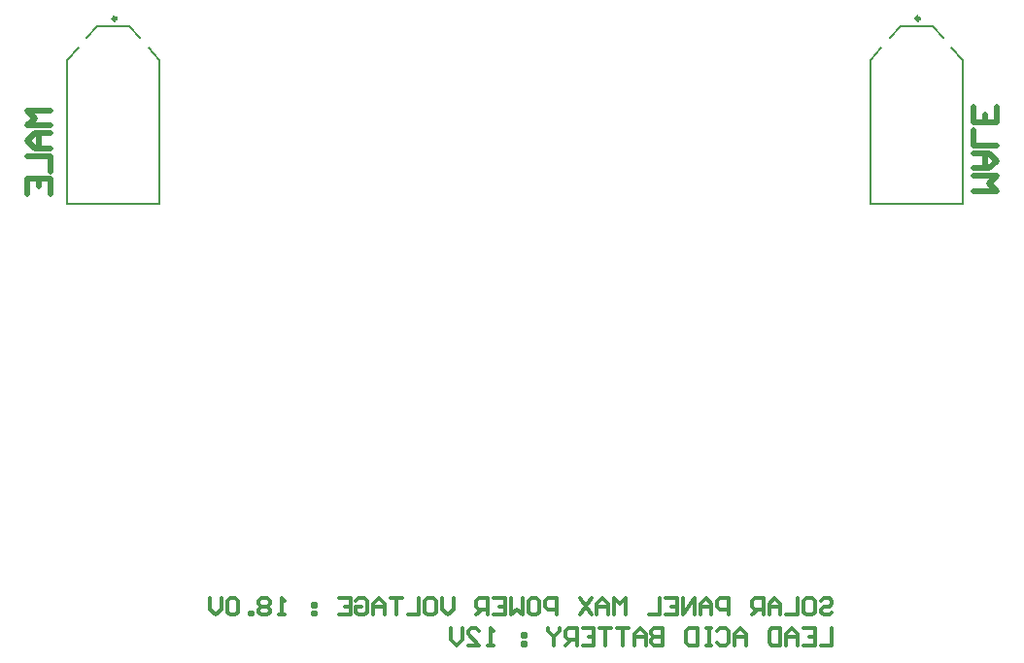
<source format=gbo>
G04*
G04 #@! TF.GenerationSoftware,Altium Limited,Altium Designer,19.0.13 (425)*
G04*
G04 Layer_Color=32896*
%FSTAX24Y24*%
%MOIN*%
G70*
G01*
G75*
%ADD10C,0.0118*%
%ADD12C,0.0079*%
%ADD14C,0.0138*%
%ADD27C,0.0197*%
D10*
X02656Y04065D02*
G03*
X02656Y04065I-000059J0D01*
G01*
X054119D02*
G03*
X054119Y04065I-000059J0D01*
G01*
D12*
X027013Y040394D02*
X027367Y039992D01*
X027662Y039657D02*
X028056Y039213D01*
X025556Y039992D02*
X02591Y040394D01*
X024867Y039213D02*
X025261Y039657D01*
X02591Y040394D02*
X027013D01*
X028056Y034291D02*
Y039213D01*
X024867Y034291D02*
X028056D01*
X024867D02*
Y039213D01*
X054572Y040394D02*
X054926Y039992D01*
X055221Y039657D02*
X055615Y039213D01*
X053115Y039992D02*
X053469Y040394D01*
X052426Y039213D02*
X05282Y039657D01*
X053469Y040394D02*
X054572D01*
X055615Y034291D02*
Y039213D01*
X052426Y034291D02*
X055615D01*
X052426D02*
Y039213D01*
D14*
X050729Y020665D02*
X050827Y020763D01*
X051024D01*
X051122Y020665D01*
Y020567D01*
X051024Y020468D01*
X050827D01*
X050729Y02037D01*
Y020271D01*
X050827Y020173D01*
X051024D01*
X051122Y020271D01*
X050237Y020763D02*
X050433D01*
X050532Y020665D01*
Y020271D01*
X050433Y020173D01*
X050237D01*
X050138Y020271D01*
Y020665D01*
X050237Y020763D01*
X049941D02*
Y020173D01*
X049548D01*
X049351D02*
Y020567D01*
X049154Y020763D01*
X048957Y020567D01*
Y020173D01*
Y020468D01*
X049351D01*
X048761Y020173D02*
Y020763D01*
X048465D01*
X048367Y020665D01*
Y020468D01*
X048465Y02037D01*
X048761D01*
X048564D02*
X048367Y020173D01*
X04758D02*
Y020763D01*
X047285D01*
X047186Y020665D01*
Y020468D01*
X047285Y02037D01*
X04758D01*
X04699Y020173D02*
Y020567D01*
X046793Y020763D01*
X046596Y020567D01*
Y020173D01*
Y020468D01*
X04699D01*
X046399Y020173D02*
Y020763D01*
X046006Y020173D01*
Y020763D01*
X045415D02*
X045809D01*
Y020173D01*
X045415D01*
X045809Y020468D02*
X045612D01*
X045218Y020763D02*
Y020173D01*
X044825D01*
X044038D02*
Y020763D01*
X043841Y020567D01*
X043644Y020763D01*
Y020173D01*
X043447D02*
Y020567D01*
X043251Y020763D01*
X043054Y020567D01*
Y020173D01*
Y020468D01*
X043447D01*
X042857Y020763D02*
X042463Y020173D01*
Y020763D02*
X042857Y020173D01*
X041676D02*
Y020763D01*
X041381D01*
X041283Y020665D01*
Y020468D01*
X041381Y02037D01*
X041676D01*
X040791Y020763D02*
X040988D01*
X041086Y020665D01*
Y020271D01*
X040988Y020173D01*
X040791D01*
X040692Y020271D01*
Y020665D01*
X040791Y020763D01*
X040496D02*
Y020173D01*
X040299Y02037D01*
X040102Y020173D01*
Y020763D01*
X039512D02*
X039905D01*
Y020173D01*
X039512D01*
X039905Y020468D02*
X039708D01*
X039315Y020173D02*
Y020763D01*
X03902D01*
X038921Y020665D01*
Y020468D01*
X03902Y02037D01*
X039315D01*
X039118D02*
X038921Y020173D01*
X038134Y020763D02*
Y02037D01*
X037937Y020173D01*
X037741Y02037D01*
Y020763D01*
X037249D02*
X037445D01*
X037544Y020665D01*
Y020271D01*
X037445Y020173D01*
X037249D01*
X03715Y020271D01*
Y020665D01*
X037249Y020763D01*
X036953D02*
Y020173D01*
X03656D01*
X036363Y020763D02*
X03597D01*
X036166D01*
Y020173D01*
X035773D02*
Y020567D01*
X035576Y020763D01*
X035379Y020567D01*
Y020173D01*
Y020468D01*
X035773D01*
X034789Y020665D02*
X034887Y020763D01*
X035084D01*
X035182Y020665D01*
Y020271D01*
X035084Y020173D01*
X034887D01*
X034789Y020271D01*
Y020468D01*
X034986D01*
X034198Y020763D02*
X034592D01*
Y020173D01*
X034198D01*
X034592Y020468D02*
X034395D01*
X033411Y020567D02*
X033313D01*
Y020468D01*
X033411D01*
Y020567D01*
Y020271D02*
X033313D01*
Y020173D01*
X033411D01*
Y020271D01*
X032329Y020173D02*
X032132D01*
X032231D01*
Y020763D01*
X032329Y020665D01*
X031837D02*
X031739Y020763D01*
X031542D01*
X031443Y020665D01*
Y020567D01*
X031542Y020468D01*
X031443Y02037D01*
Y020271D01*
X031542Y020173D01*
X031739D01*
X031837Y020271D01*
Y02037D01*
X031739Y020468D01*
X031837Y020567D01*
Y020665D01*
X031739Y020468D02*
X031542D01*
X031247Y020173D02*
Y020271D01*
X031148D01*
Y020173D01*
X031247D01*
X030755Y020665D02*
X030656Y020763D01*
X030459D01*
X030361Y020665D01*
Y020271D01*
X030459Y020173D01*
X030656D01*
X030755Y020271D01*
Y020665D01*
X030164Y020763D02*
Y02037D01*
X029968Y020173D01*
X029771Y02037D01*
Y020763D01*
X051122Y019724D02*
Y019134D01*
X050729D01*
X050138Y019724D02*
X050532D01*
Y019134D01*
X050138D01*
X050532Y019429D02*
X050335D01*
X049941Y019134D02*
Y019527D01*
X049745Y019724D01*
X049548Y019527D01*
Y019134D01*
Y019429D01*
X049941D01*
X049351Y019724D02*
Y019134D01*
X049056D01*
X048957Y019232D01*
Y019626D01*
X049056Y019724D01*
X049351D01*
X04817Y019134D02*
Y019527D01*
X047973Y019724D01*
X047777Y019527D01*
Y019134D01*
Y019429D01*
X04817D01*
X047186Y019626D02*
X047285Y019724D01*
X047482D01*
X04758Y019626D01*
Y019232D01*
X047482Y019134D01*
X047285D01*
X047186Y019232D01*
X04699Y019724D02*
X046793D01*
X046891D01*
Y019134D01*
X04699D01*
X046793D01*
X046498Y019724D02*
Y019134D01*
X046202D01*
X046104Y019232D01*
Y019626D01*
X046202Y019724D01*
X046498D01*
X045317D02*
Y019134D01*
X045022D01*
X044923Y019232D01*
Y019331D01*
X045022Y019429D01*
X045317D01*
X045022D01*
X044923Y019527D01*
Y019626D01*
X045022Y019724D01*
X045317D01*
X044727Y019134D02*
Y019527D01*
X04453Y019724D01*
X044333Y019527D01*
Y019134D01*
Y019429D01*
X044727D01*
X044136Y019724D02*
X043743D01*
X043939D01*
Y019134D01*
X043546Y019724D02*
X043152D01*
X043349D01*
Y019134D01*
X042562Y019724D02*
X042955D01*
Y019134D01*
X042562D01*
X042955Y019429D02*
X042759D01*
X042365Y019134D02*
Y019724D01*
X04207D01*
X041971Y019626D01*
Y019429D01*
X04207Y019331D01*
X042365D01*
X042168D02*
X041971Y019134D01*
X041775Y019724D02*
Y019626D01*
X041578Y019429D01*
X041381Y019626D01*
Y019724D01*
X041578Y019429D02*
Y019134D01*
X040594Y019527D02*
X040496D01*
Y019429D01*
X040594D01*
Y019527D01*
Y019232D02*
X040496D01*
Y019134D01*
X040594D01*
Y019232D01*
X039512Y019134D02*
X039315D01*
X039413D01*
Y019724D01*
X039512Y019626D01*
X038626Y019134D02*
X03902D01*
X038626Y019527D01*
Y019626D01*
X038725Y019724D01*
X038921D01*
X03902Y019626D01*
X038429Y019724D02*
Y019331D01*
X038233Y019134D01*
X038036Y019331D01*
Y019724D01*
D27*
X055989Y034722D02*
X056776D01*
X056514Y034984D01*
X056776Y035247D01*
X055989D01*
Y035509D02*
X056514D01*
X056776Y035771D01*
X056514Y036034D01*
X055989D01*
X056383D01*
Y035509D01*
X056776Y036296D02*
X055989D01*
Y036821D01*
X056776Y037608D02*
Y037083D01*
X055989D01*
Y037608D01*
X056383Y037083D02*
Y037346D01*
X024296Y0375D02*
X023509D01*
X023771Y037238D01*
X023509Y036975D01*
X024296D01*
Y036713D02*
X023771D01*
X023509Y03645D01*
X023771Y036188D01*
X024296D01*
X023902D01*
Y036713D01*
X023509Y035926D02*
X024296D01*
Y035401D01*
X023509Y034614D02*
Y035139D01*
X024296D01*
Y034614D01*
X023902Y035139D02*
Y034876D01*
M02*

</source>
